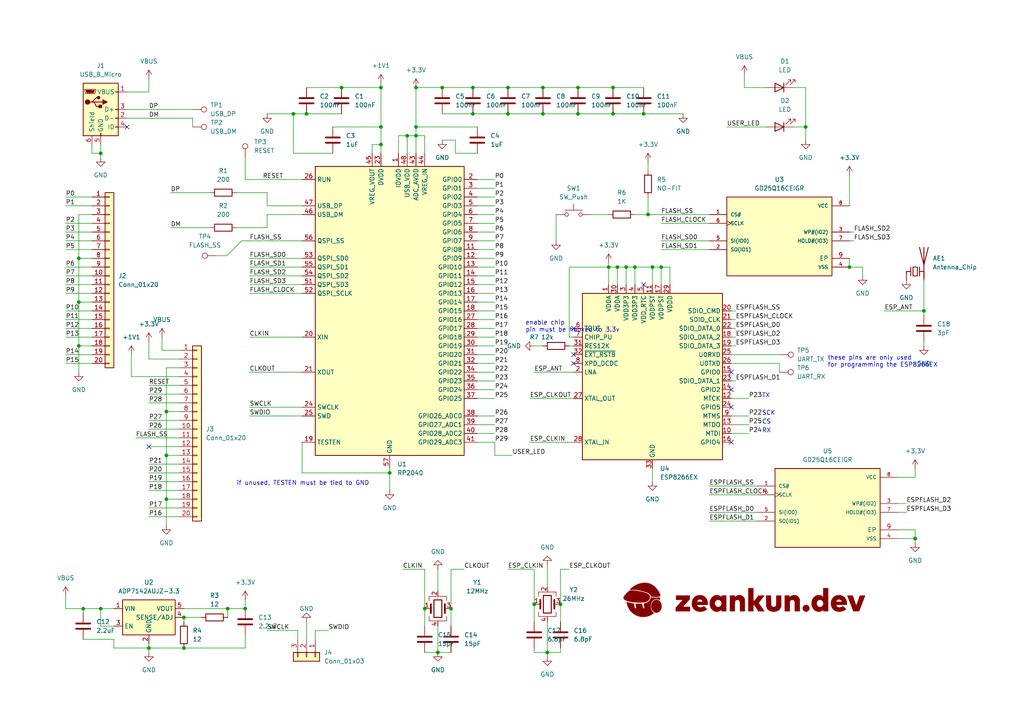
<source format=kicad_sch>
(kicad_sch (version 20230121) (generator eeschema)
  (paper "A4")
  (title_block (title "Pico2040 Wireless Edition R3") (date "2023-10-09") (rev "2.0"))
  (junction (at 99.06 25.4))
  (junction (at 137.16 33.02))
  (junction (at 110.49 25.4))
  (junction (at 120.65 36.83))
  (junction (at 110.49 36.83))
  (junction (at 24.13 176.53))
  (junction (at 128.27 25.4))
  (junction (at 147.32 25.4))
  (junction (at 184.15 77.47))
  (junction (at 66.04 176.53))
  (junction (at 267.97 90.17))
  (junction (at 71.12 176.53))
  (junction (at 187.96 62.23))
  (junction (at 127 189.23))
  (junction (at 53.34 179.07))
  (junction (at 118.11 39.37))
  (junction (at 48.26 132.08))
  (junction (at 179.07 77.47))
  (junction (at 29.21 176.53))
  (junction (at 22.86 74.93))
  (junction (at 191.77 77.47))
  (junction (at 43.18 187.96))
  (junction (at 246.38 77.47))
  (junction (at 48.26 144.78))
  (junction (at 29.21 44.45))
  (junction (at 162.56 175.26))
  (junction (at 167.64 33.02))
  (junction (at 147.32 33.02))
  (junction (at 123.19 176.53))
  (junction (at 233.68 36.83))
  (junction (at 176.53 77.47))
  (junction (at 177.8 25.4))
  (junction (at 120.65 39.37))
  (junction (at 265.43 156.21))
  (junction (at 137.16 25.4))
  (junction (at 110.49 41.91))
  (junction (at 22.86 100.33))
  (junction (at 113.03 137.16))
  (junction (at 130.81 176.53))
  (junction (at 48.26 119.38))
  (junction (at 181.61 77.47))
  (junction (at 88.9 33.02))
  (junction (at 120.65 25.4))
  (junction (at 53.34 187.96))
  (junction (at 167.64 25.4))
  (junction (at 85.09 33.02))
  (junction (at 177.8 33.02))
  (junction (at 157.48 25.4))
  (junction (at 189.23 77.47))
  (junction (at 154.94 175.26))
  (junction (at 186.69 33.02))
  (junction (at 22.86 87.63))
  (junction (at 157.48 33.02))
  (junction (at 158.75 189.23))
  (no_connect (at 166.37 105.41))
  (no_connect (at 166.37 102.87))
  (no_connect (at 43.18 129.54))
  (no_connect (at 36.83 36.83))
  (no_connect (at 212.09 113.03))
  (no_connect (at 212.09 118.11))
  (no_connect (at 166.37 95.25))
  (no_connect (at 212.09 128.27))
  (no_connect (at 186.69 82.55))
  (no_connect (at 212.09 107.95))
  (wire (pts (xy 43.18 149.86) (xy 52.07 149.86)))
  (wire (pts (xy 138.43 72.39) (xy 143.51 72.39)))
  (wire (pts (xy 212.09 97.79) (xy 213.36 97.79)))
  (wire (pts (xy 113.03 137.16) (xy 113.03 142.24)))
  (wire (pts (xy 43.18 99.06) (xy 43.18 104.14)))
  (wire (pts (xy 96.52 36.83) (xy 110.49 36.83)))
  (wire (pts (xy 246.38 67.31) (xy 247.65 67.31)))
  (wire (pts (xy 154.94 175.26) (xy 154.94 180.34)))
  (wire (pts (xy 165.1 77.47) (xy 176.53 77.47)))
  (wire (pts (xy 138.43 107.95) (xy 143.51 107.95)))
  (wire (pts (xy 70.104 69.85) (xy 65.786 74.168)))
  (wire (pts (xy 48.26 144.78) (xy 48.26 152.4)))
  (wire (pts (xy 66.04 176.53) (xy 66.04 179.07)))
  (wire (pts (xy 87.63 128.27) (xy 87.63 137.16)))
  (wire (pts (xy 72.39 120.65) (xy 87.63 120.65)))
  (wire (pts (xy 43.18 111.76) (xy 52.07 111.76)))
  (wire (pts (xy 110.49 24.13) (xy 110.49 25.4)))
  (wire (pts (xy 88.9 180.34) (xy 88.9 185.42)))
  (wire (pts (xy 88.9 25.4) (xy 99.06 25.4)))
  (wire (pts (xy 191.77 77.47) (xy 189.23 77.47)))
  (wire (pts (xy 171.45 62.23) (xy 176.53 62.23)))
  (wire (pts (xy 43.18 104.14) (xy 52.07 104.14)))
  (wire (pts (xy 181.61 77.47) (xy 181.61 82.55)))
  (wire (pts (xy 53.34 179.07) (xy 58.42 179.07)))
  (wire (pts (xy 189.23 77.47) (xy 184.15 77.47)))
  (wire (pts (xy 48.26 106.68) (xy 52.07 106.68)))
  (wire (pts (xy 127 181.61) (xy 127 189.23)))
  (wire (pts (xy 147.32 25.4) (xy 157.48 25.4)))
  (wire (pts (xy 132.08 44.45) (xy 138.43 44.45)))
  (wire (pts (xy 48.26 132.08) (xy 52.07 132.08)))
  (wire (pts (xy 162.56 165.1) (xy 162.56 175.26)))
  (wire (pts (xy 26.67 62.23) (xy 22.86 62.23)))
  (wire (pts (xy 110.49 41.91) (xy 110.49 44.45)))
  (wire (pts (xy 246.38 69.85) (xy 247.65 69.85)))
  (wire (pts (xy 48.26 119.38) (xy 48.26 132.08)))
  (wire (pts (xy 19.05 176.53) (xy 24.13 176.53)))
  (wire (pts (xy 24.13 176.53) (xy 29.21 176.53)))
  (wire (pts (xy 191.77 82.55) (xy 191.77 77.47)))
  (wire (pts (xy 267.97 99.06) (xy 267.97 100.33)))
  (wire (pts (xy 123.19 39.37) (xy 120.65 39.37)))
  (wire (pts (xy 123.19 44.45) (xy 123.19 39.37)))
  (wire (pts (xy 260.35 148.59) (xy 262.89 148.59)))
  (wire (pts (xy 24.13 176.53) (xy 24.13 177.8)))
  (wire (pts (xy 191.77 64.77) (xy 205.74 64.77)))
  (wire (pts (xy 138.43 105.41) (xy 143.51 105.41)))
  (wire (pts (xy 212.09 105.41) (xy 226.06 105.41)))
  (wire (pts (xy 153.67 115.57) (xy 166.37 115.57)))
  (wire (pts (xy 72.39 77.47) (xy 87.63 77.47)))
  (wire (pts (xy 43.18 142.24) (xy 52.07 142.24)))
  (wire (pts (xy 46.99 97.79) (xy 46.99 101.6)))
  (wire (pts (xy 260.35 146.05) (xy 262.89 146.05)))
  (wire (pts (xy 179.07 82.55) (xy 179.07 77.47)))
  (wire (pts (xy 87.63 62.23) (xy 77.47 62.23)))
  (wire (pts (xy 165.1 100.33) (xy 166.37 100.33)))
  (wire (pts (xy 19.05 69.85) (xy 26.67 69.85)))
  (wire (pts (xy 158.75 163.83) (xy 158.75 170.18)))
  (wire (pts (xy 138.43 74.93) (xy 143.51 74.93)))
  (wire (pts (xy 49.53 66.04) (xy 60.96 66.04)))
  (wire (pts (xy 43.18 129.54) (xy 52.07 129.54)))
  (wire (pts (xy 233.68 25.4) (xy 233.68 36.83)))
  (wire (pts (xy 19.05 102.87) (xy 26.67 102.87)))
  (wire (pts (xy 22.86 74.93) (xy 26.67 74.93)))
  (wire (pts (xy 138.43 90.17) (xy 143.51 90.17)))
  (wire (pts (xy 120.65 25.4) (xy 128.27 25.4)))
  (wire (pts (xy 212.09 115.57) (xy 217.17 115.57)))
  (wire (pts (xy 176.53 76.2) (xy 176.53 77.47)))
  (wire (pts (xy 19.05 105.41) (xy 26.67 105.41)))
  (wire (pts (xy 113.03 135.89) (xy 113.03 137.16)))
  (wire (pts (xy 138.43 100.33) (xy 143.51 100.33)))
  (wire (pts (xy 19.05 72.39) (xy 26.67 72.39)))
  (wire (pts (xy 77.47 33.02) (xy 85.09 33.02)))
  (wire (pts (xy 62.738 74.168) (xy 65.786 74.168)))
  (wire (pts (xy 165.1 97.79) (xy 165.1 77.47)))
  (wire (pts (xy 71.12 184.15) (xy 71.12 187.96)))
  (wire (pts (xy 71.12 187.96) (xy 53.34 187.96)))
  (wire (pts (xy 210.82 36.83) (xy 222.25 36.83)))
  (wire (pts (xy 29.21 44.45) (xy 29.21 45.72)))
  (wire (pts (xy 153.67 128.27) (xy 166.37 128.27)))
  (wire (pts (xy 143.51 132.08) (xy 143.51 128.27)))
  (wire (pts (xy 72.39 74.93) (xy 87.63 74.93)))
  (wire (pts (xy 68.58 55.88) (xy 77.47 55.88)))
  (wire (pts (xy 38.1 109.22) (xy 52.07 109.22)))
  (wire (pts (xy 191.77 69.85) (xy 205.74 69.85)))
  (wire (pts (xy 138.43 69.85) (xy 143.51 69.85)))
  (wire (pts (xy 187.96 57.15) (xy 187.96 62.23)))
  (wire (pts (xy 72.39 118.11) (xy 87.63 118.11)))
  (wire (pts (xy 22.86 87.63) (xy 26.67 87.63)))
  (wire (pts (xy 229.87 36.83) (xy 233.68 36.83)))
  (wire (pts (xy 205.74 148.59) (xy 219.71 148.59)))
  (wire (pts (xy 138.43 52.07) (xy 143.51 52.07)))
  (wire (pts (xy 110.49 25.4) (xy 110.49 36.83)))
  (wire (pts (xy 120.65 36.83) (xy 120.65 39.37)))
  (wire (pts (xy 107.95 41.91) (xy 110.49 41.91)))
  (wire (pts (xy 187.96 46.99) (xy 187.96 49.53)))
  (wire (pts (xy 137.16 25.4) (xy 147.32 25.4)))
  (wire (pts (xy 138.43 128.27) (xy 143.51 128.27)))
  (wire (pts (xy 246.38 74.93) (xy 246.38 77.47)))
  (wire (pts (xy 184.15 82.55) (xy 184.15 77.47)))
  (wire (pts (xy 19.05 85.09) (xy 26.67 85.09)))
  (wire (pts (xy 162.56 189.23) (xy 158.75 189.23)))
  (wire (pts (xy 48.26 132.08) (xy 48.26 144.78)))
  (wire (pts (xy 29.21 41.91) (xy 29.21 44.45)))
  (wire (pts (xy 138.43 59.69) (xy 143.51 59.69)))
  (wire (pts (xy 22.86 100.33) (xy 26.67 100.33)))
  (wire (pts (xy 194.31 77.47) (xy 191.77 77.47)))
  (wire (pts (xy 39.37 127) (xy 52.07 127)))
  (wire (pts (xy 138.43 80.01) (xy 143.51 80.01)))
  (wire (pts (xy 33.02 187.96) (xy 33.02 185.42)))
  (wire (pts (xy 22.86 74.93) (xy 22.86 87.63)))
  (wire (pts (xy 19.05 172.72) (xy 19.05 176.53)))
  (wire (pts (xy 138.43 92.71) (xy 143.51 92.71)))
  (wire (pts (xy 66.04 176.53) (xy 53.34 176.53)))
  (wire (pts (xy 120.65 25.4) (xy 120.65 36.83)))
  (wire (pts (xy 233.68 36.83) (xy 233.68 40.64)))
  (wire (pts (xy 138.43 120.65) (xy 143.51 120.65)))
  (wire (pts (xy 212.09 120.65) (xy 217.17 120.65)))
  (wire (pts (xy 22.86 87.63) (xy 22.86 100.33)))
  (wire (pts (xy 48.26 144.78) (xy 52.07 144.78)))
  (wire (pts (xy 43.18 147.32) (xy 52.07 147.32)))
  (wire (pts (xy 212.09 102.87) (xy 226.06 102.87)))
  (wire (pts (xy 189.23 135.89) (xy 189.23 139.7)))
  (wire (pts (xy 186.69 33.02) (xy 198.12 33.02)))
  (wire (pts (xy 70.104 69.85) (xy 87.63 69.85)))
  (wire (pts (xy 246.38 50.8) (xy 246.38 59.69)))
  (wire (pts (xy 226.06 105.41) (xy 226.06 107.95)))
  (wire (pts (xy 138.43 95.25) (xy 143.51 95.25)))
  (wire (pts (xy 26.67 41.91) (xy 26.67 44.45)))
  (wire (pts (xy 107.95 44.45) (xy 107.95 41.91)))
  (wire (pts (xy 123.19 176.53) (xy 123.19 181.61)))
  (wire (pts (xy 148.59 132.08) (xy 143.51 132.08)))
  (wire (pts (xy 138.43 125.73) (xy 143.51 125.73)))
  (wire (pts (xy 138.43 64.77) (xy 143.51 64.77)))
  (wire (pts (xy 95.25 182.88) (xy 91.44 182.88)))
  (wire (pts (xy 72.39 85.09) (xy 87.63 85.09)))
  (wire (pts (xy 43.18 114.3) (xy 52.07 114.3)))
  (wire (pts (xy 138.43 87.63) (xy 143.51 87.63)))
  (wire (pts (xy 77.47 182.88) (xy 86.36 182.88)))
  (wire (pts (xy 19.05 97.79) (xy 26.67 97.79)))
  (wire (pts (xy 19.05 92.71) (xy 26.67 92.71)))
  (wire (pts (xy 267.97 81.28) (xy 267.97 90.17)))
  (wire (pts (xy 162.56 187.96) (xy 162.56 189.23)))
  (wire (pts (xy 43.18 134.62) (xy 52.07 134.62)))
  (wire (pts (xy 43.18 187.96) (xy 53.34 187.96)))
  (wire (pts (xy 212.09 95.25) (xy 213.36 95.25)))
  (wire (pts (xy 43.18 187.96) (xy 33.02 187.96)))
  (wire (pts (xy 138.43 62.23) (xy 143.51 62.23)))
  (wire (pts (xy 19.05 95.25) (xy 26.67 95.25)))
  (wire (pts (xy 43.18 116.84) (xy 52.07 116.84)))
  (wire (pts (xy 72.39 97.79) (xy 87.63 97.79)))
  (wire (pts (xy 72.39 107.95) (xy 87.63 107.95)))
  (wire (pts (xy 215.9 21.59) (xy 215.9 25.4)))
  (wire (pts (xy 120.65 36.83) (xy 138.43 36.83)))
  (wire (pts (xy 267.97 90.17) (xy 267.97 91.44)))
  (wire (pts (xy 118.11 39.37) (xy 118.11 44.45)))
  (wire (pts (xy 212.09 100.33) (xy 213.36 100.33)))
  (wire (pts (xy 29.21 181.61) (xy 29.21 176.53)))
  (wire (pts (xy 154.94 187.96) (xy 154.94 189.23)))
  (wire (pts (xy 26.67 44.45) (xy 29.21 44.45)))
  (wire (pts (xy 19.05 67.31) (xy 26.67 67.31)))
  (wire (pts (xy 99.06 25.4) (xy 110.49 25.4)))
  (wire (pts (xy 166.37 97.79) (xy 165.1 97.79)))
  (wire (pts (xy 19.05 77.47) (xy 26.67 77.47)))
  (wire (pts (xy 19.05 59.69) (xy 26.67 59.69)))
  (wire (pts (xy 85.09 44.45) (xy 85.09 33.02)))
  (wire (pts (xy 55.88 34.29) (xy 55.88 36.83)))
  (wire (pts (xy 110.49 36.83) (xy 110.49 41.91)))
  (wire (pts (xy 154.94 189.23) (xy 158.75 189.23)))
  (wire (pts (xy 179.07 77.47) (xy 176.53 77.47)))
  (wire (pts (xy 33.02 181.61) (xy 29.21 181.61)))
  (wire (pts (xy 115.57 44.45) (xy 115.57 39.37)))
  (wire (pts (xy 71.12 176.53) (xy 66.04 176.53)))
  (wire (pts (xy 96.52 44.45) (xy 85.09 44.45)))
  (wire (pts (xy 256.54 90.17) (xy 267.97 90.17)))
  (wire (pts (xy 115.57 39.37) (xy 118.11 39.37)))
  (wire (pts (xy 187.96 62.23) (xy 205.74 62.23)))
  (wire (pts (xy 77.47 62.23) (xy 77.47 66.04)))
  (wire (pts (xy 77.47 55.88) (xy 77.47 59.69)))
  (wire (pts (xy 260.35 156.21) (xy 265.43 156.21)))
  (wire (pts (xy 46.99 101.6) (xy 52.07 101.6)))
  (wire (pts (xy 154.94 100.33) (xy 157.48 100.33)))
  (wire (pts (xy 265.43 153.67) (xy 260.35 153.67)))
  (wire (pts (xy 123.19 189.23) (xy 127 189.23)))
  (wire (pts (xy 120.65 39.37) (xy 120.65 44.45)))
  (wire (pts (xy 194.31 82.55) (xy 194.31 77.47)))
  (wire (pts (xy 177.8 33.02) (xy 186.69 33.02)))
  (wire (pts (xy 43.18 124.46) (xy 52.07 124.46)))
  (wire (pts (xy 134.62 165.1) (xy 130.81 165.1)))
  (wire (pts (xy 130.81 165.1) (xy 130.81 176.53)))
  (wire (pts (xy 71.12 45.72) (xy 71.12 52.07)))
  (wire (pts (xy 19.05 82.55) (xy 26.67 82.55)))
  (wire (pts (xy 147.32 33.02) (xy 157.48 33.02)))
  (wire (pts (xy 176.53 77.47) (xy 176.53 82.55)))
  (wire (pts (xy 85.09 33.02) (xy 88.9 33.02)))
  (wire (pts (xy 167.64 33.02) (xy 177.8 33.02)))
  (wire (pts (xy 77.47 59.69) (xy 87.63 59.69)))
  (wire (pts (xy 127 165.1) (xy 127 171.45)))
  (wire (pts (xy 71.12 173.99) (xy 71.12 176.53)))
  (wire (pts (xy 88.9 33.02) (xy 99.06 33.02)))
  (wire (pts (xy 53.34 179.07) (xy 53.34 180.34)))
  (wire (pts (xy 138.43 123.19) (xy 143.51 123.19)))
  (wire (pts (xy 181.61 77.47) (xy 179.07 77.47)))
  (wire (pts (xy 22.86 100.33) (xy 22.86 107.95)))
  (wire (pts (xy 22.86 62.23) (xy 22.86 74.93)))
  (wire (pts (xy 71.12 52.07) (xy 87.63 52.07)))
  (wire (pts (xy 48.26 106.68) (xy 48.26 119.38)))
  (wire (pts (xy 205.74 151.13) (xy 219.71 151.13)))
  (wire (pts (xy 212.09 90.17) (xy 213.36 90.17)))
  (wire (pts (xy 38.1 102.87) (xy 38.1 109.22)))
  (wire (pts (xy 77.47 66.04) (xy 68.58 66.04)))
  (wire (pts (xy 43.18 186.69) (xy 43.18 187.96)))
  (wire (pts (xy 132.08 40.64) (xy 132.08 44.45)))
  (wire (pts (xy 138.43 110.49) (xy 143.51 110.49)))
  (wire (pts (xy 132.08 40.64) (xy 128.27 40.64)))
  (wire (pts (xy 24.13 185.42) (xy 33.02 185.42)))
  (wire (pts (xy 167.64 25.4) (xy 177.8 25.4)))
  (wire (pts (xy 250.19 77.47) (xy 246.38 77.47)))
  (wire (pts (xy 36.83 26.67) (xy 43.18 26.67)))
  (wire (pts (xy 138.43 54.61) (xy 143.51 54.61)))
  (wire (pts (xy 158.75 189.23) (xy 158.75 190.5)))
  (wire (pts (xy 36.83 31.75) (xy 55.88 31.75)))
  (wire (pts (xy 48.26 119.38) (xy 52.07 119.38)))
  (wire (pts (xy 91.44 182.88) (xy 91.44 185.42)))
  (wire (pts (xy 128.27 25.4) (xy 137.16 25.4)))
  (wire (pts (xy 265.43 156.21) (xy 265.43 153.67)))
  (wire (pts (xy 118.11 39.37) (xy 120.65 39.37)))
  (wire (pts (xy 138.43 67.31) (xy 143.51 67.31)))
  (wire (pts (xy 49.53 55.88) (xy 60.96 55.88)))
  (wire (pts (xy 138.43 113.03) (xy 143.51 113.03)))
  (wire (pts (xy 19.05 57.15) (xy 26.67 57.15)))
  (wire (pts (xy 212.09 125.73) (xy 217.17 125.73)))
  (wire (pts (xy 138.43 77.47) (xy 143.51 77.47)))
  (wire (pts (xy 86.36 182.88) (xy 86.36 185.42)))
  (wire (pts (xy 138.43 115.57) (xy 143.51 115.57)))
  (wire (pts (xy 250.19 80.01) (xy 250.19 77.47)))
  (wire (pts (xy 212.09 92.71) (xy 213.36 92.71)))
  (wire (pts (xy 43.18 26.67) (xy 43.18 22.86)))
  (wire (pts (xy 177.8 25.4) (xy 186.69 25.4)))
  (wire (pts (xy 72.39 80.01) (xy 87.63 80.01)))
  (wire (pts (xy 19.05 64.77) (xy 26.67 64.77)))
  (wire (pts (xy 138.43 102.87) (xy 143.51 102.87)))
  (wire (pts (xy 116.84 165.1) (xy 123.19 165.1)))
  (wire (pts (xy 165.1 165.1) (xy 162.56 165.1)))
  (wire (pts (xy 157.48 25.4) (xy 167.64 25.4)))
  (wire (pts (xy 87.63 137.16) (xy 113.03 137.16)))
  (wire (pts (xy 43.18 139.7) (xy 52.07 139.7)))
  (wire (pts (xy 137.16 33.02) (xy 147.32 33.02)))
  (wire (pts (xy 162.56 175.26) (xy 162.56 180.34)))
  (wire (pts (xy 184.15 62.23) (xy 187.96 62.23)))
  (wire (pts (xy 138.43 97.79) (xy 143.51 97.79)))
  (wire (pts (xy 147.32 165.1) (xy 154.94 165.1)))
  (wire (pts (xy 212.09 123.19) (xy 217.17 123.19)))
  (wire (pts (xy 191.77 72.39) (xy 205.74 72.39)))
  (wire (pts (xy 36.83 34.29) (xy 55.88 34.29)))
  (wire (pts (xy 161.29 62.23) (xy 161.29 69.85)))
  (wire (pts (xy 189.23 82.55) (xy 189.23 77.47)))
  (wire (pts (xy 265.43 135.89) (xy 265.43 138.43)))
  (wire (pts (xy 19.05 90.17) (xy 26.67 90.17)))
  (wire (pts (xy 265.43 157.48) (xy 265.43 156.21)))
  (wire (pts (xy 212.09 110.49) (xy 213.36 110.49)))
  (wire (pts (xy 43.18 137.16) (xy 52.07 137.16)))
  (wire (pts (xy 184.15 77.47) (xy 181.61 77.47)))
  (wire (pts (xy 138.43 82.55) (xy 143.51 82.55)))
  (wire (pts (xy 43.18 121.92) (xy 52.07 121.92)))
  (wire (pts (xy 157.48 33.02) (xy 167.64 33.02)))
  (wire (pts (xy 72.39 82.55) (xy 87.63 82.55)))
  (wire (pts (xy 154.94 107.95) (xy 166.37 107.95)))
  (wire (pts (xy 215.9 25.4) (xy 222.25 25.4)))
  (wire (pts (xy 43.18 187.96) (xy 43.18 189.23)))
  (wire (pts (xy 29.21 176.53) (xy 33.02 176.53)))
  (wire (pts (xy 138.43 57.15) (xy 143.51 57.15)))
  (wire (pts (xy 19.05 80.01) (xy 26.67 80.01)))
  (wire (pts (xy 127 189.23) (xy 130.81 189.23)))
  (wire (pts (xy 130.81 176.53) (xy 130.81 181.61)))
  (wire (pts (xy 205.74 143.51) (xy 219.71 143.51)))
  (wire (pts (xy 229.87 25.4) (xy 233.68 25.4)))
  (wire (pts (xy 265.43 138.43) (xy 260.35 138.43)))
  (wire (pts (xy 123.19 165.1) (xy 123.19 176.53)))
  (wire (pts (xy 128.27 33.02) (xy 137.16 33.02)))
  (wire (pts (xy 205.74 140.97) (xy 219.71 140.97)))
  (wire (pts (xy 158.75 180.34) (xy 158.75 189.23)))
  (wire (pts (xy 154.94 165.1) (xy 154.94 175.26)))
  (wire (pts (xy 138.43 85.09) (xy 143.51 85.09)))
  (text "these pins are only used \nfor programming the ESP8266EX" (at 240.03 106.68 0) (effects (font (size 1.27 1.27)) (justify left bottom)))
  (text "enable chip\npin must be hooked to 3.3v" (at 152.4 96.52 0) (effects (font (size 1.27 1.27)) (justify left bottom)))
  (text "RX" (at 220.98 125.73 0) (effects (font (size 1.27 1.27)) (justify left bottom)))
  (text "TX" (at 220.98 115.57 0) (effects (font (size 1.27 1.27)) (justify left bottom)))
  (text "if unused, TESTEN must be tied to GND" (at 68.58 140.97 0) (effects (font (size 1.27 1.27)) (justify left bottom)))
  (text "CS" (at 220.98 123.19 0) (effects (font (size 1.27 1.27)) (justify left bottom)))
  (text "SCK" (at 220.98 120.65 0) (effects (font (size 1.27 1.27)) (justify left bottom)))
  (label "P13" (at 19.05 97.79 0))
  (label "P12" (at 19.05 95.25 0))
  (label "P27" (at 43.18 121.92 0))
  (label "P7" (at 19.05 80.01 0))
  (label "FLASH_SD0" (at 72.39 74.93 0))
  (label "P12" (at 143.51 82.55 0))
  (label "P14" (at 19.05 102.87 0))
  (label "ESP_CLKOUT" (at 165.1 165.1 0))
  (label "USER_LED" (at 148.59 132.08 0))
  (label "ESPFLASH_CLOCK" (at 213.36 92.71 0))
  (label "ESPFLASH_SS" (at 205.74 140.97 0))
  (label "ESPFLASH_D2" (at 262.89 146.05 0))
  (label "P1" (at 143.51 54.61 0))
  (label "FLASH_SD1" (at 72.39 77.47 0))
  (label "P25" (at 143.51 115.57 0))
  (label "SWCLK" (at 77.47 182.88 0))
  (label "P27" (at 143.51 123.19 0))
  (label "DM" (at 49.53 66.04 0))
  (label "FLASH_SS" (at 191.77 62.23 0))
  (label "P9" (at 19.05 85.09 0))
  (label "P28" (at 143.51 125.73 0))
  (label "DP" (at 49.53 55.88 0))
  (label "P8" (at 143.51 72.39 0))
  (label "ESP_ANT" (at 256.54 90.17 0))
  (label "FLASH_CLOCK" (at 191.77 64.77 0))
  (label "P29" (at 43.18 114.3 0))
  (label "ESP_CLKIN" (at 153.67 128.27 0))
  (label "ESPFLASH_D3" (at 262.89 148.59 0))
  (label "P16" (at 43.18 149.86 0))
  (label "P15" (at 143.51 90.17 0))
  (label "FLASH_SD3" (at 247.65 69.85 0))
  (label "P17" (at 43.18 147.32 0))
  (label "P2" (at 19.05 64.77 0))
  (label "P5" (at 19.05 72.39 0))
  (label "FLASH_SD3" (at 72.39 82.55 0))
  (label "P23" (at 217.17 115.57 0))
  (label "P9" (at 143.51 74.93 0))
  (label "FLASH_SD0" (at 191.77 69.85 0))
  (label "P11" (at 143.51 80.01 0))
  (label "P25" (at 217.17 123.19 0))
  (label "P0" (at 19.05 57.15 0))
  (label "FLASH_SS" (at 39.37 127 0))
  (label "P18" (at 43.18 142.24 0))
  (label "P28" (at 43.18 116.84 0))
  (label "DM" (at 43.18 34.29 0))
  (label "FLASH_SD1" (at 191.77 72.39 0))
  (label "P26" (at 43.18 124.46 0))
  (label "CLKIN" (at 72.39 97.79 0))
  (label "P4" (at 143.51 62.23 0))
  (label "P20" (at 43.18 137.16 0))
  (label "FLASH_CLOCK" (at 72.39 85.09 0))
  (label "ESP_CLKIN" (at 147.32 165.1 0))
  (label "P23" (at 143.51 110.49 0))
  (label "P1" (at 19.05 59.69 0))
  (label "P22" (at 217.17 120.65 0))
  (label "ESPFLASH_D1" (at 205.74 151.13 0))
  (label "P8" (at 19.05 82.55 0))
  (label "P0" (at 143.51 52.07 0))
  (label "ESPFLASH_D0" (at 205.74 148.59 0))
  (label "P15" (at 19.05 105.41 0))
  (label "P16" (at 143.51 92.71 0))
  (label "P21" (at 143.51 105.41 0))
  (label "P19" (at 143.51 100.33 0))
  (label "RESET" (at 43.18 111.76 0))
  (label "CLKIN" (at 116.84 165.1 0))
  (label "SWDIO" (at 72.39 120.65 0))
  (label "P20" (at 143.51 102.87 0))
  (label "DP" (at 43.18 31.75 0))
  (label "SWDIO" (at 95.25 182.88 0))
  (label "P24" (at 143.51 113.03 0))
  (label "P21" (at 43.18 134.62 0))
  (label "P14" (at 143.51 87.63 0))
  (label "P19" (at 43.18 139.7 0))
  (label "ESPFLASH_D2" (at 213.36 97.79 0))
  (label "CLKOUT" (at 72.39 107.95 0))
  (label "ESPFLASH_D0" (at 213.36 95.25 0))
  (label "SWCLK" (at 72.39 118.11 0))
  (label "ESPFLASH_D3" (at 213.36 100.33 0))
  (label "P7" (at 143.51 69.85 0))
  (label "ESPFLASH_D1" (at 213.36 110.49 0))
  (label "P17" (at 143.51 95.25 0))
  (label "RESET" (at 76.2 52.07 0))
  (label "P10" (at 143.51 77.47 0))
  (label "P26" (at 143.51 120.65 0))
  (label "P6" (at 143.51 67.31 0))
  (label "P18" (at 143.51 97.79 0))
  (label "FLASH_SD2" (at 72.39 80.01 0))
  (label "P29" (at 143.51 128.27 0))
  (label "P13" (at 143.51 85.09 0))
  (label "P6" (at 19.05 77.47 0))
  (label "USER_LED" (at 210.82 36.83 0))
  (label "P4" (at 19.05 69.85 0))
  (label "P10" (at 19.05 90.17 0))
  (label "FLASH_SS" (at 72.39 69.85 0))
  (label "ESP_ANT" (at 154.94 107.95 0))
  (label "ESP_CLKOUT" (at 153.67 115.57 0))
  (label "ESPFLASH_SS" (at 213.36 90.17 0))
  (label "P22" (at 143.51 107.95 0))
  (label "ESPFLASH_CLOCK" (at 205.74 143.51 0))
  (label "FLASH_SD2" (at 247.65 67.31 0))
  (label "P24" (at 217.17 125.73 0))
  (label "P3" (at 143.51 59.69 0))
  (label "P2" (at 143.51 57.15 0))
  (label "P5" (at 143.51 64.77 0))
  (label "CLKOUT" (at 134.62 165.1 0))
  (label "P11" (at 19.05 92.71 0))
  (label "P3" (at 19.05 67.31 0))
  (symbol (lib_id "MCU_RaspberryPi:RP2040") (at 113.03 90.17 0) (unit 1)
    (property "Reference" "U1" (at 115.2241 134.62 0) (effects (justify left)))
    (property "Value" "RP2040" (at 115.2241 137.16 0) (effects (justify left)))
    (property "Footprint" "Package_DFN_QFN:QFN-56-1EP_7x7mm_P0.4mm_EP3.2x3.2mm" (effects hide))
    (property "Datasheet" "https://datasheets.raspberrypi.com/rp2040/rp2040-datasheet.pdf" (effects hide))
  )
  (symbol (lib_id "Device:C") (at 128.27 29.21 0) (unit 1)
    (property "Reference" "C5" (at 132.08 27.94 0) (effects (justify left)))
    (property "Value" "100nF" (at 132.08 30.48 0) (effects (justify left)))
    (property "Footprint" "Capacitor_SMD:C_0201_0603Metric" (effects hide))
  )
  (symbol (lib_id "Device:C") (at 137.16 29.21 0) (unit 1)
    (property "Reference" "C6" (at 140.97 27.94 0) (effects (justify left)))
    (property "Value" "100nF" (at 140.97 30.48 0) (effects (justify left)))
    (property "Footprint" "Capacitor_SMD:C_0201_0603Metric" (effects hide))
  )
  (symbol (lib_id "power:GND") (at 154.94 100.33 270) (unit 1)
    (property "Reference" "#PWR030" (effects hide))
    (property "Value" "GND" (at 151.13 100.33 90) (effects (justify right)))
  )
  (symbol (lib_id "power:GND") (at 113.03 142.24 0) (unit 1)
    (property "Reference" "#PWR06" (effects hide))
    (property "Value" "GND" (at 113.03 147.32 0))
  )
  (symbol (lib_id "power:GND") (at 77.47 33.02 0) (unit 1)
    (property "Reference" "#PWR02" (effects hide))
    (property "Value" "GND" (at 77.47 38.1 0))
  )
  (symbol (lib_id "MCU_Espressif:ESP8266EX") (at 189.23 107.95 0) (unit 1)
    (property "Reference" "U4" (at 191.4241 135.89 0) (effects (justify left)))
    (property "Value" "ESP8266EX" (at 191.4241 138.43 0) (effects (justify left)))
    (property "Footprint" "Package_DFN_QFN:QFN-32-1EP_5x5mm_P0.5mm_EP3.45x3.45mm" (effects hide))
    (property "Datasheet" "http://espressif.com/sites/default/files/documentation/0a-esp8266ex_datasheet_en.pdf" (effects hide))
  )
  (symbol (lib_id "Connector_Generic:Conn_01x20") (at 57.15 124.46 0) (unit 1)
    (property "Reference" "J3" (at 59.69 124.46 0) (effects (justify left)))
    (property "Value" "Conn_01x20" (at 59.69 127 0) (effects (justify left)))
    (property "Footprint" "SMD-TH-Connector:Conn_01x20_2.54mm" (effects hide))
  )
  (symbol (lib_id "Device:C") (at 147.32 29.21 0) (unit 1)
    (property "Reference" "C7" (at 151.13 27.94 0) (effects (justify left)))
    (property "Value" "100nF" (at 151.13 30.48 0) (effects (justify left)))
    (property "Footprint" "Capacitor_SMD:C_0201_0603Metric" (effects hide))
  )
  (symbol (lib_id "GD25Q16CEIGR:GD25Q16CEIGR") (at 226.06 67.31 0) (unit 1)
    (property "Reference" "U3" (at 226.06 52.07 0))
    (property "Value" "GD25Q16CEIGR" (at 226.06 54.61 0))
    (property "Footprint" "8-USON:8-USON-2X3" (effects hide))
    (property "PARTREV" "3.0" (effects hide))
    (property "MANUFACTURER" "GigaDevice" (effects hide))
    (property "MAXIMUM_PACKAGE_HEIGHT" "0.5 mm" (effects hide))
    (property "STANDARD" "IPC 7351B" (effects hide))
  )
  (symbol (lib_id "Device:C") (at 88.9 29.21 0) (unit 1)
    (property "Reference" "C2" (at 92.71 27.94 0) (effects (justify left)))
    (property "Value" "100nF" (at 92.71 30.48 0) (effects (justify left)))
    (property "Footprint" "Capacitor_SMD:C_0201_0603Metric" (effects hide))
  )
  (symbol (lib_id "power:+3.3V") (at 71.12 173.99 0) (unit 1)
    (property "Reference" "#PWR08" (effects hide))
    (property "Value" "+3.3V" (at 71.12 168.91 0))
  )
  (symbol (lib_id "power:GND") (at 250.19 80.01 0) (unit 1)
    (property "Reference" "#PWR013" (effects hide))
    (property "Value" "GND" (at 250.19 85.09 0))
  )
  (symbol (lib_id "power:+3.3V") (at 176.53 76.2 0) (unit 1)
    (property "Reference" "#PWR027" (effects hide))
    (property "Value" "+3.3V" (at 176.53 71.12 0))
  )
  (symbol (lib_id "Connector:USB_B_Micro") (at 29.21 31.75 0) (unit 1)
    (property "Reference" "J1" (at 29.21 19.05 0))
    (property "Value" "USB_B_Micro" (at 29.21 21.59 0))
    (property "Footprint" "Connector_USB:USB_Micro-B_Amphenol_10103594-0001LF_Horizontal" (effects hide))
  )
  (symbol (lib_id "Device:R") (at 180.34 62.23 90) (unit 1)
    (property "Reference" "R6" (at 180.34 55.88 90))
    (property "Value" "1K" (at 180.34 58.42 90))
    (property "Footprint" "Resistor_SMD:R_0201_0603Metric" (effects hide))
  )
  (symbol (lib_id "Device:R") (at 64.77 66.04 90) (unit 1)
    (property "Reference" "R2" (at 64.77 59.69 90))
    (property "Value" "200" (at 64.77 62.23 90))
    (property "Footprint" "Resistor_SMD:R_0201_0603Metric" (effects hide))
  )
  (symbol (lib_id "power:VBUS") (at 215.9 21.59 0) (unit 1)
    (property "Reference" "#PWR024" (effects hide))
    (property "Value" "VBUS" (at 215.9 16.51 0))
  )
  (symbol (lib_id "Device:Crystal_GND24") (at 158.75 175.26 0) (unit 1)
    (property "Reference" "Y2" (at 166.37 171.0691 0))
    (property "Value" "26MHz" (at 166.37 173.6091 0))
    (property "Footprint" "Crystal:Crystal_SMD_2016-4Pin_2.0x1.6mm" (effects hide))
  )
  (symbol (lib_id "Device:C") (at 130.81 185.42 0) (unit 1)
    (property "Reference" "C14" (at 134.62 184.15 0) (effects (justify left)))
    (property "Value" "15pF" (at 134.62 186.69 0) (effects (justify left)))
    (property "Footprint" "Capacitor_SMD:C_0201_0603Metric" (effects hide))
  )
  (symbol (lib_id "power:GND") (at 233.68 40.64 0) (unit 1)
    (property "Reference" "#PWR025" (effects hide))
    (property "Value" "GND" (at 233.68 45.72 0))
  )
  (symbol (lib_id "power:+3.3V") (at 187.96 46.99 0) (unit 1)
    (property "Reference" "#PWR014" (effects hide))
    (property "Value" "+3.3V" (at 187.96 41.91 0))
  )
  (symbol (lib_id "Connector:TestPoint") (at 71.12 45.72 0) (unit 1)
    (property "Reference" "TP3" (at 73.66 41.148 0) (effects (justify left)))
    (property "Value" "RESET" (at 73.66 43.688 0) (effects (justify left)))
    (property "Footprint" "TestPoint:TestPoint_Pad_D1.0mm" (effects hide))
  )
  (symbol (lib_id "Device:C") (at 24.13 181.61 0) (unit 1)
    (property "Reference" "C12" (at 27.94 180.34 0) (effects (justify left)))
    (property "Value" "2.2uF" (at 27.94 182.88 0) (effects (justify left)))
    (property "Footprint" "Capacitor_SMD:C_0201_0603Metric" (effects hide))
  )
  (symbol (lib_id "power:GND") (at 88.9 180.34 180) (unit 1)
    (property "Reference" "#PWR023" (effects hide))
    (property "Value" "GND" (at 88.9 176.53 0))
  )
  (symbol (lib_id "Connector:TestPoint") (at 62.738 74.168 90) (unit 1)
    (property "Reference" "TP4" (at 59.436 68.58 90))
    (property "Value" "FLASH_SS" (at 59.436 71.12 90))
    (property "Footprint" "TestPoint:TestPoint_Pad_D1.0mm" (effects hide))
  )
  (symbol (lib_id "Device:C") (at 167.64 29.21 0) (unit 1)
    (property "Reference" "C9" (at 171.45 27.94 0) (effects (justify left)))
    (property "Value" "100nF" (at 171.45 30.48 0) (effects (justify left)))
    (property "Footprint" "Capacitor_SMD:C_0201_0603Metric" (effects hide))
  )
  (symbol (lib_id "Device:C") (at 157.48 29.21 0) (unit 1)
    (property "Reference" "C8" (at 161.29 27.94 0) (effects (justify left)))
    (property "Value" "100nF" (at 161.29 30.48 0) (effects (justify left)))
    (property "Footprint" "Capacitor_SMD:C_0201_0603Metric" (effects hide))
  )
  (symbol (lib_id "Device:R") (at 53.34 184.15 0) (unit 1)
    (property "Reference" "R4" (at 55.88 182.88 0) (effects (justify left)))
    (property "Value" "12" (at 55.88 185.42 0) (effects (justify left)))
    (property "Footprint" "Resistor_SMD:R_0201_0603Metric" (effects hide))
  )
  (symbol (lib_id "Device:LED") (at 226.06 25.4 180) (unit 1)
    (property "Reference" "D1" (at 227.6475 17.78 0))
    (property "Value" "LED" (at 227.6475 20.32 0))
    (property "Footprint" "LED_SMD:LED_0201_0603Metric" (effects hide))
  )
  (symbol (lib_id "power:GND") (at 127 165.1 180) (unit 1)
    (property "Reference" "#PWR017" (effects hide))
    (property "Value" "GND" (at 127 160.02 0))
  )
  (symbol (lib_id "power:GND") (at 158.75 163.83 180) (unit 1)
    (property "Reference" "#PWR031" (effects hide))
    (property "Value" "GND" (at 158.75 158.75 0))
  )
  (symbol (lib_id "Device:C") (at 138.43 40.64 0) (unit 1)
    (property "Reference" "C4" (at 142.24 39.37 0) (effects (justify left)))
    (property "Value" "1uF" (at 142.24 41.91 0) (effects (justify left)))
    (property "Footprint" "Capacitor_SMD:C_0201_0603Metric" (effects hide))
  )
  (symbol (lib_id "Connector:TestPoint") (at 55.88 31.75 270) (unit 1)
    (property "Reference" "TP1" (at 60.96 30.48 90) (effects (justify left)))
    (property "Value" "USB_DP" (at 60.96 33.02 90) (effects (justify left)))
    (property "Footprint" "TestPoint:TestPoint_Pad_D1.0mm" (effects hide))
  )
  (symbol (lib_id "Device:R") (at 62.23 179.07 90) (unit 1)
    (property "Reference" "R3" (at 62.23 172.72 90))
    (property "Value" "12" (at 62.23 175.26 90))
    (property "Footprint" "Resistor_SMD:R_0201_0603Metric" (effects hide))
  )
  (symbol (lib_id "Connector:TestPoint") (at 226.06 107.95 270) (unit 1)
    (property "Reference" "TP6" (at 231.14 106.6799 90) (effects (justify left)))
    (property "Value" "UART_RX" (at 231.14 109.2199 90) (effects (justify left)))
    (property "Footprint" "TestPoint:TestPoint_Pad_D1.0mm" (effects hide))
  )
  (symbol (lib_id "power:GND") (at 198.12 33.02 0) (unit 1)
    (property "Reference" "#PWR05" (effects hide))
    (property "Value" "GND" (at 198.12 38.1 0))
  )
  (symbol (lib_id "power:GND") (at 128.27 40.64 0) (unit 1)
    (property "Reference" "#PWR04" (effects hide))
    (property "Value" "GND" (at 128.27 45.72 0))
  )
  (symbol (lib_id "Device:LED") (at 226.06 36.83 180) (unit 1)
    (property "Reference" "D2" (at 227.6475 29.21 0))
    (property "Value" "LED" (at 227.6475 31.75 0))
    (property "Footprint" "LED_SMD:LED_0201_0603Metric" (effects hide))
  )
  (symbol (lib_id "power:GND") (at 265.43 157.48 0) (unit 1)
    (property "Reference" "#PWR029" (effects hide))
    (property "Value" "GND" (at 265.43 162.56 0))
  )
  (symbol (lib_id "Connector_Generic:Conn_01x20") (at 31.75 80.01 0) (unit 1)
    (property "Reference" "J2" (at 34.29 80.01 0) (effects (justify left)))
    (property "Value" "Conn_01x20" (at 34.29 82.55 0) (effects (justify left)))
    (property "Footprint" "SMD-TH-Connector:Conn_01x20_2.54mm" (effects hide))
  )
  (symbol (lib_id "power:VBUS") (at 19.05 172.72 0) (unit 1)
    (property "Reference" "#PWR07" (effects hide))
    (property "Value" "VBUS" (at 19.05 167.64 0))
  )
  (symbol (lib_id "power:VBUS") (at 43.18 22.86 0) (mirror y) (unit 1)
    (property "Reference" "#PWR010" (effects hide))
    (property "Value" "VBUS" (at 43.18 17.78 0))
  )
  (symbol (lib_id "Device:R") (at 64.77 55.88 90) (unit 1)
    (property "Reference" "R1" (at 64.77 49.53 90))
    (property "Value" "200" (at 64.77 52.07 90))
    (property "Footprint" "Resistor_SMD:R_0201_0603Metric" (effects hide))
  )
  (symbol (lib_id "power:GND") (at 189.23 139.7 0) (unit 1)
    (property "Reference" "#PWR026" (effects hide))
    (property "Value" "GND" (at 189.23 144.78 0))
  )
  (symbol (lib_id "Connector:TestPoint") (at 226.06 102.87 270) (unit 1)
    (property "Reference" "TP5" (at 231.14 101.5999 90) (effects (justify left)))
    (property "Value" "UART_TX" (at 231.14 104.1399 90) (effects (justify left)))
    (property "Footprint" "TestPoint:TestPoint_Pad_D1.0mm" (effects hide))
  )
  (symbol (lib_id "power:GND") (at 161.29 69.85 0) (unit 1)
    (property "Reference" "#PWR015" (effects hide))
    (property "Value" "GND" (at 161.29 74.93 0))
  )
  (symbol (lib_id "Regulator_Linear:ADP7142AUJZ-3.3") (at 43.18 179.07 0) (unit 1)
    (property "Reference" "U2" (at 43.18 168.91 0))
    (property "Value" "ADP7142AUJZ-3.3" (at 43.18 171.45 0))
    (property "Footprint" "Package_TO_SOT_SMD:TSOT-23-5" (effects hide))
    (property "Datasheet" "https://www.analog.com/media/en/technical-documentation/data-sheets/ADP7142.pdf" (effects hide))
  )
  (symbol (lib_id "Device:C") (at 177.8 29.21 0) (unit 1)
    (property "Reference" "C10" (at 181.61 27.94 0) (effects (justify left)))
    (property "Value" "100nF" (at 181.61 30.48 0) (effects (justify left)))
    (property "Footprint" "Capacitor_SMD:C_0201_0603Metric" (effects hide))
  )
  (symbol (lib_id "Device:C") (at 123.19 185.42 0) (unit 1)
    (property "Reference" "C15" (at 127 184.15 0) (effects (justify left)))
    (property "Value" "15pF" (at 127 186.69 0) (effects (justify left)))
    (property "Footprint" "Capacitor_SMD:C_0201_0603Metric" (effects hide))
  )
  (symbol (lib_id "power:+1V1") (at 110.49 24.13 0) (unit 1)
    (property "Reference" "#PWR01" (effects hide))
    (property "Value" "+1V1" (at 110.49 19.05 0))
  )
  (symbol (lib_id "power:GND") (at 267.97 100.33 0) (unit 1)
    (property "Reference" "#PWR034" (effects hide))
    (property "Value" "GND" (at 267.97 105.41 0))
  )
  (symbol (lib_id "Switch:SW_Push") (at 166.37 62.23 0) (unit 1)
    (property "Reference" "SW1" (at 166.37 54.61 0))
    (property "Value" "SW_Push" (at 166.37 57.15 0))
    (property "Footprint" "Button_Switch_SMD:SW_Push_1P1T_NO_Vertical_Wuerth_434133025816" (effects hide))
  )
  (symbol (lib_id "power:+1V1") (at 38.1 102.87 0) (unit 1)
    (property "Reference" "#PWR022" (effects hide))
    (property "Value" "+1V1" (at 38.1 97.79 0))
  )
  (symbol (lib_id "Connector:TestPoint") (at 55.88 36.83 270) (unit 1)
    (property "Reference" "TP2" (at 60.96 35.56 90) (effects (justify left)))
    (property "Value" "USB_DM" (at 60.96 38.1 90) (effects (justify left)))
    (property "Footprint" "TestPoint:TestPoint_Pad_D1.0mm" (effects hide))
  )
  (symbol (lib_id "power:VBUS") (at 46.99 97.79 0) (unit 1)
    (property "Reference" "#PWR020" (effects hide))
    (property "Value" "VBUS" (at 46.99 92.71 0))
  )
  (symbol (lib_id "power:+3.3V") (at 246.38 50.8 0) (mirror y) (unit 1)
    (property "Reference" "#PWR012" (effects hide))
    (property "Value" "+3.3V" (at 246.38 45.72 0))
  )
  (symbol (lib_id "power:GND") (at 262.89 81.28 0) (unit 1)
    (property "Reference" "#PWR033" (effects hide))
    (property "Value" "GND" (at 262.89 86.36 0))
  )
  (symbol (lib_id "Device:C") (at 186.69 29.21 0) (unit 1)
    (property "Reference" "C11" (at 190.5 27.94 0) (effects (justify left)))
    (property "Value" "100nF" (at 190.5 30.48 0) (effects (justify left)))
    (property "Footprint" "Capacitor_SMD:C_0201_0603Metric" (effects hide))
  )
  (symbol (lib_id "power:GND") (at 29.21 45.72 0) (mirror y) (unit 1)
    (property "Reference" "#PWR011" (effects hide))
    (property "Value" "GND" (at 29.21 50.8 0))
  )
  (symbol (lib_id "Device:C") (at 71.12 180.34 0) (unit 1)
    (property "Reference" "C13" (at 74.93 179.07 0) (effects (justify left)))
    (property "Value" "2.2uF" (at 74.93 181.61 0) (effects (justify left)))
    (property "Footprint" "Capacitor_SMD:C_0201_0603Metric" (effects hide))
  )
  (symbol (lib_id "Device:C") (at 99.06 29.21 0) (unit 1)
    (property "Reference" "C1" (at 102.87 27.94 0) (effects (justify left)))
    (property "Value" "100nF" (at 102.87 30.48 0) (effects (justify left)))
    (property "Footprint" "Capacitor_SMD:C_0201_0603Metric" (effects hide))
  )
  (symbol (lib_id "GD25Q16CEIGR:GD25Q16CEIGR") (at 240.03 146.05 0) (unit 1)
    (property "Reference" "U5" (at 240.03 130.81 0))
    (property "Value" "GD25Q16CEIGR" (at 240.03 133.35 0))
    (property "Footprint" "8-USON:8-USON-2X3" (effects hide))
    (property "PARTREV" "3.0" (effects hide))
    (property "MANUFACTURER" "GigaDevice" (effects hide))
    (property "MAXIMUM_PACKAGE_HEIGHT" "0.5 mm" (effects hide))
    (property "STANDARD" "IPC 7351B" (effects hide))
  )
  (symbol (lib_id "Device:R") (at 161.29 100.33 90) (unit 1)
    (property "Reference" "R7" (at 154.94 97.79 90))
    (property "Value" "12k" (at 158.75 97.79 90))
    (property "Footprint" "Resistor_SMD:R_0201_0603Metric" (effects hide))
  )
  (symbol (lib_id "power:+3.3V") (at 265.43 135.89 0) (unit 1)
    (property "Reference" "#PWR028" (effects hide))
    (property "Value" "+3.3V" (at 265.43 130.81 0))
  )
  (symbol (lib_id "power:+3.3V") (at 43.18 99.06 0) (unit 1)
    (property "Reference" "#PWR021" (effects hide))
    (property "Value" "+3.3V" (at 43.18 93.98 0))
  )
  (symbol (lib_id "Device:Antenna_Chip") (at 265.43 78.74 0) (unit 1)
    (property "Reference" "AE1" (at 270.51 74.93 0) (effects (justify left)))
    (property "Value" "Antenna_Chip" (at 270.51 77.47 0) (effects (justify left)))
    (property "Footprint" "Chocobar-BroadWave:BroadWave_029mm" (effects hide))
  )
  (symbol (lib_id "power:+3.3V") (at 120.65 25.4 0) (mirror y) (unit 1)
    (property "Reference" "#PWR03" (effects hide))
    (property "Value" "+3.3V" (at 120.65 20.32 0))
  )
  (symbol (lib_id "power:GND") (at 158.75 190.5 0) (unit 1)
    (property "Reference" "#PWR032" (effects hide))
    (property "Value" "GND" (at 158.75 195.58 0))
  )
  (symbol (lib_id "zeankundev-logo:LOGO") (at 215.9 173.99 0) (unit 1)
    (property "Reference" "#G1" (effects hide))
    (property "Value" "LOGO" (effects hide))
  )
  (symbol (lib_id "Device:C") (at 96.52 40.64 0) (unit 1)
    (property "Reference" "C3" (at 100.33 39.37 0) (effects (justify left)))
    (property "Value" "1uF" (at 100.33 41.91 0) (effects (justify left)))
    (property "Footprint" "Capacitor_SMD:C_0201_0603Metric" (effects hide))
  )
  (symbol (lib_id "Device:Crystal_GND24") (at 127 176.53 0) (unit 1)
    (property "Reference" "Y1" (at 138.43 168.91 0))
    (property "Value" "12MHz" (at 138.43 171.45 0))
    (property "Footprint" "Crystal:Crystal_SMD_2520-4Pin_2.5x2.0mm" (effects hide))
  )
  (symbol (lib_id "Device:C") (at 267.97 95.25 0) (unit 1)
    (property "Reference" "C18" (at 271.78 93.98 0) (effects (justify left)))
    (property "Value" "3pF" (at 271.78 96.52 0) (effects (justify left)))
    (property "Footprint" "Capacitor_SMD:C_0201_0603Metric" (effects hide))
  )
  (symbol (lib_id "Device:C") (at 154.94 184.15 0) (unit 1)
    (property "Reference" "C17" (at 158.75 182.88 0) (effects (justify left)))
    (property "Value" "6.8pF" (at 158.75 185.42 0) (effects (justify left)))
    (property "Footprint" "Capacitor_SMD:C_0201_0603Metric" (effects hide))
  )
  (symbol (lib_id "Device:R") (at 187.96 53.34 0) (unit 1)
    (property "Reference" "R5" (at 190.5 52.07 0) (effects (justify left)))
    (property "Value" "NO-FIT" (at 190.5 54.61 0) (effects (justify left)))
    (property "Footprint" "Resistor_SMD:R_0201_0603Metric" (effects hide))
  )
  (symbol (lib_id "power:GND") (at 22.86 107.95 0) (unit 1)
    (property "Reference" "#PWR018" (effects hide))
    (property "Value" "GND" (at 22.86 113.03 0))
  )
  (symbol (lib_id "power:GND") (at 43.18 189.23 0) (unit 1)
    (property "Reference" "#PWR09" (effects hide))
    (property "Value" "GND" (at 43.18 194.31 0))
  )
  (symbol (lib_id "Connector_Generic:Conn_01x03") (at 88.9 190.5 270) (unit 1)
    (property "Reference" "J4" (at 93.98 189.23 90) (effects (justify left)))
    (property "Value" "Conn_01x03" (at 93.98 191.77 90) (effects (justify left)))
    (property "Footprint" "Connector_PinHeader_2.54mm:PinHeader_1x03_P2.54mm_Vertical" (effects hide))
  )
  (symbol (lib_id "power:GND") (at 127 189.23 0) (unit 1)
    (property "Reference" "#PWR016" (effects hide))
    (property "Value" "GND" (at 127 194.31 0))
  )
  (symbol (lib_id "Device:C") (at 162.56 184.15 0) (unit 1)
    (property "Reference" "C16" (at 166.37 182.88 0) (effects (justify left)))
    (property "Value" "6.8pF" (at 166.37 185.42 0) (effects (justify left)))
    (property "Footprint" "Capacitor_SMD:C_0201_0603Metric" (effects hide))
  )
  (symbol (lib_id "power:GND") (at 48.26 152.4 0) (unit 1)
    (property "Reference" "#PWR019" (effects hide))
    (property "Value" "GND" (at 48.26 157.48 0))
  )
)
</source>
